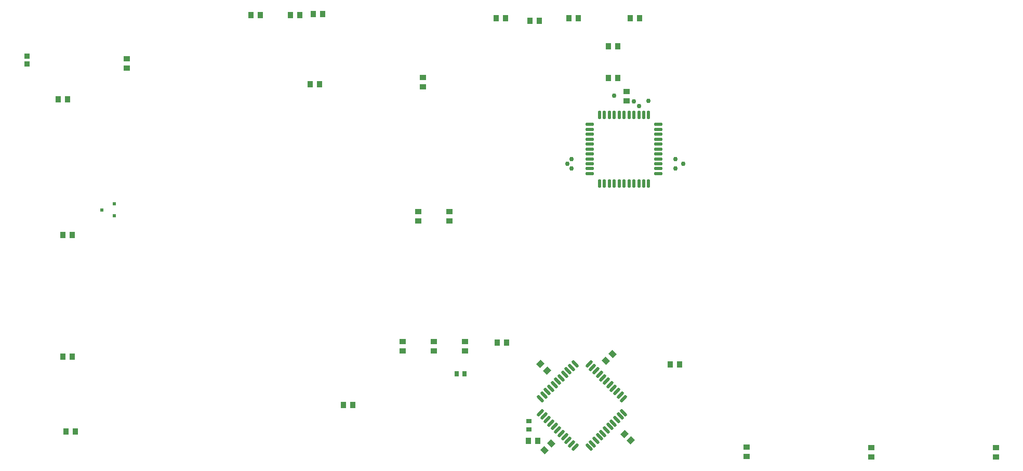
<source format=gtp>
G04 Layer_Color=7318015*
%FSLAX24Y24*%
%MOIN*%
G70*
G01*
G75*
%ADD10C,0.0300*%
%ADD11R,0.0350X0.0394*%
%ADD12R,0.0433X0.0354*%
%ADD13O,0.0217X0.0571*%
%ADD14O,0.0571X0.0217*%
G04:AMPARAMS|DCode=15|XSize=21.7mil|YSize=57.1mil|CornerRadius=0mil|HoleSize=0mil|Usage=FLASHONLY|Rotation=225.000|XOffset=0mil|YOffset=0mil|HoleType=Round|Shape=Round|*
%AMOVALD15*
21,1,0.0354,0.0217,0.0000,0.0000,315.0*
1,1,0.0217,-0.0125,0.0125*
1,1,0.0217,0.0125,-0.0125*
%
%ADD15OVALD15*%

G04:AMPARAMS|DCode=16|XSize=21.7mil|YSize=57.1mil|CornerRadius=0mil|HoleSize=0mil|Usage=FLASHONLY|Rotation=315.000|XOffset=0mil|YOffset=0mil|HoleType=Round|Shape=Round|*
%AMOVALD16*
21,1,0.0354,0.0217,0.0000,0.0000,45.0*
1,1,0.0217,-0.0125,-0.0125*
1,1,0.0217,0.0125,0.0125*
%
%ADD16OVALD16*%

%ADD17R,0.0394X0.0350*%
G04:AMPARAMS|DCode=18|XSize=39.4mil|YSize=35mil|CornerRadius=0mil|HoleSize=0mil|Usage=FLASHONLY|Rotation=315.000|XOffset=0mil|YOffset=0mil|HoleType=Round|Shape=Rectangle|*
%AMROTATEDRECTD18*
4,1,4,-0.0263,0.0015,-0.0015,0.0263,0.0263,-0.0015,0.0015,-0.0263,-0.0263,0.0015,0.0*
%
%ADD18ROTATEDRECTD18*%

G04:AMPARAMS|DCode=19|XSize=39.4mil|YSize=35mil|CornerRadius=0mil|HoleSize=0mil|Usage=FLASHONLY|Rotation=45.000|XOffset=0mil|YOffset=0mil|HoleType=Round|Shape=Rectangle|*
%AMROTATEDRECTD19*
4,1,4,-0.0015,-0.0263,-0.0263,-0.0015,0.0015,0.0263,0.0263,0.0015,-0.0015,-0.0263,0.0*
%
%ADD19ROTATEDRECTD19*%

%ADD20R,0.0354X0.0433*%
%ADD21R,0.0354X0.0335*%
%ADD22R,0.0374X0.0315*%
%ADD23R,0.0315X0.0374*%
%ADD63R,0.0236X0.0197*%
D10*
X79070Y93930D02*
D03*
X82990Y89240D02*
D03*
X83495Y89555D02*
D03*
X82980Y89870D02*
D03*
X81275Y93575D02*
D03*
X80645Y93255D02*
D03*
X80330Y93570D02*
D03*
X76320Y89240D02*
D03*
X76055Y89555D02*
D03*
X76330Y89870D02*
D03*
D11*
X72100Y98900D02*
D03*
X71500D02*
D03*
X76767Y98895D02*
D03*
X76167D02*
D03*
X79300Y97100D02*
D03*
X78700D02*
D03*
X74270Y98710D02*
D03*
X73670D02*
D03*
X78700Y95050D02*
D03*
X79300D02*
D03*
X59550Y94650D02*
D03*
X60150D02*
D03*
X80700Y98900D02*
D03*
X80100D02*
D03*
X60350Y99150D02*
D03*
X59750D02*
D03*
X43900Y72400D02*
D03*
X44500D02*
D03*
X43700Y77200D02*
D03*
X44300D02*
D03*
X43700Y85000D02*
D03*
X44300D02*
D03*
X83250Y76700D02*
D03*
X82650D02*
D03*
X72150Y78100D02*
D03*
X71550D02*
D03*
X62300Y74100D02*
D03*
X61700D02*
D03*
X43400Y93700D02*
D03*
X44000D02*
D03*
D12*
X68500Y86495D02*
D03*
Y85905D02*
D03*
X66800Y95095D02*
D03*
Y94505D02*
D03*
X65500Y77555D02*
D03*
Y78145D02*
D03*
X67500Y77555D02*
D03*
Y78145D02*
D03*
X69500Y77555D02*
D03*
Y78145D02*
D03*
X66500Y86495D02*
D03*
Y85905D02*
D03*
D13*
X78125Y92705D02*
D03*
X78440D02*
D03*
X78755D02*
D03*
X79070D02*
D03*
X79385D02*
D03*
X79700D02*
D03*
X80015D02*
D03*
X80330D02*
D03*
X80645D02*
D03*
X80960D02*
D03*
X81275D02*
D03*
Y88295D02*
D03*
X80960D02*
D03*
X80645D02*
D03*
X80330D02*
D03*
X80015D02*
D03*
X79700D02*
D03*
X79385D02*
D03*
X79070D02*
D03*
X78755D02*
D03*
X78440D02*
D03*
X78125D02*
D03*
D14*
X81905Y92075D02*
D03*
Y91760D02*
D03*
Y91445D02*
D03*
Y91130D02*
D03*
Y90815D02*
D03*
Y90500D02*
D03*
Y90185D02*
D03*
Y89870D02*
D03*
Y89555D02*
D03*
Y89240D02*
D03*
Y88925D02*
D03*
X77495D02*
D03*
Y89240D02*
D03*
Y89555D02*
D03*
Y89870D02*
D03*
Y90185D02*
D03*
Y90500D02*
D03*
Y90815D02*
D03*
Y91130D02*
D03*
Y91445D02*
D03*
Y91760D02*
D03*
Y92075D02*
D03*
D15*
X79673Y73605D02*
D03*
X79450Y73382D02*
D03*
X79227Y73159D02*
D03*
X79004Y72936D02*
D03*
X78782Y72714D02*
D03*
X78559Y72491D02*
D03*
X78336Y72268D02*
D03*
X78114Y72046D02*
D03*
X77891Y71823D02*
D03*
X77668Y71600D02*
D03*
X77445Y71377D02*
D03*
X74327Y74495D02*
D03*
X74550Y74718D02*
D03*
X74773Y74941D02*
D03*
X74996Y75164D02*
D03*
X75218Y75386D02*
D03*
X75441Y75609D02*
D03*
X75664Y75832D02*
D03*
X75886Y76054D02*
D03*
X76109Y76277D02*
D03*
X76332Y76500D02*
D03*
X76555Y76723D02*
D03*
D16*
Y71377D02*
D03*
X76332Y71600D02*
D03*
X76109Y71823D02*
D03*
X75886Y72046D02*
D03*
X75664Y72268D02*
D03*
X75441Y72491D02*
D03*
X75218Y72714D02*
D03*
X74996Y72936D02*
D03*
X74773Y73159D02*
D03*
X74550Y73382D02*
D03*
X74327Y73605D02*
D03*
X77445Y76723D02*
D03*
X77668Y76500D02*
D03*
X77891Y76277D02*
D03*
X78114Y76054D02*
D03*
X78336Y75832D02*
D03*
X78559Y75609D02*
D03*
X78782Y75386D02*
D03*
X79004Y75164D02*
D03*
X79227Y74941D02*
D03*
X79450Y74718D02*
D03*
X79673Y74495D02*
D03*
D17*
X47800Y95700D02*
D03*
Y96300D02*
D03*
X103550Y71350D02*
D03*
Y70750D02*
D03*
X95550Y71350D02*
D03*
Y70750D02*
D03*
X87550Y71400D02*
D03*
Y70800D02*
D03*
X79850Y93600D02*
D03*
Y94200D02*
D03*
D18*
X74588Y71188D02*
D03*
X75012Y71612D02*
D03*
X78962Y77362D02*
D03*
X78538Y76938D02*
D03*
D19*
X80142Y71808D02*
D03*
X79718Y72232D02*
D03*
X74338Y76712D02*
D03*
X74762Y76288D02*
D03*
D20*
X73555Y71800D02*
D03*
X74145D02*
D03*
X58895Y99100D02*
D03*
X58305D02*
D03*
X55755D02*
D03*
X56345D02*
D03*
D21*
X41400Y95944D02*
D03*
Y96456D02*
D03*
D22*
X73600Y72534D02*
D03*
Y73066D02*
D03*
D23*
X69446Y76100D02*
D03*
X68954D02*
D03*
D63*
X46994Y86974D02*
D03*
Y86226D02*
D03*
X46206Y86600D02*
D03*
M02*

</source>
